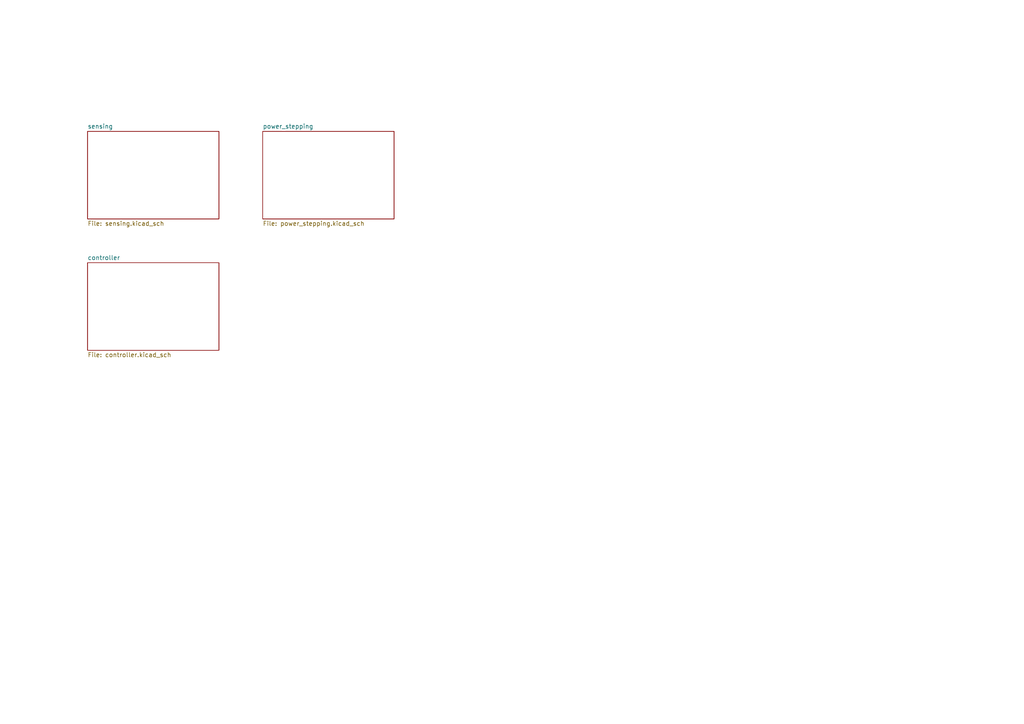
<source format=kicad_sch>
(kicad_sch
	(version 20231120)
	(generator "eeschema")
	(generator_version "8.0")
	(uuid "1fc8ae43-742a-46b6-a93b-79253d0d0202")
	(paper "A4")
	(lib_symbols)
	(sheet
		(at 25.4 38.1)
		(size 38.1 25.4)
		(fields_autoplaced yes)
		(stroke
			(width 0.1524)
			(type solid)
		)
		(fill
			(color 0 0 0 0.0000)
		)
		(uuid "23416f09-d335-4c4f-b453-076ae86ec0b4")
		(property "Sheetname" "sensing"
			(at 25.4 37.3884 0)
			(effects
				(font
					(size 1.27 1.27)
				)
				(justify left bottom)
			)
		)
		(property "Sheetfile" "sensing.kicad_sch"
			(at 25.4 64.0846 0)
			(effects
				(font
					(size 1.27 1.27)
				)
				(justify left top)
			)
		)
		(instances
			(project "blackbody_a"
				(path "/1fc8ae43-742a-46b6-a93b-79253d0d0202"
					(page "2")
				)
			)
		)
	)
	(sheet
		(at 76.2 38.1)
		(size 38.1 25.4)
		(fields_autoplaced yes)
		(stroke
			(width 0.1524)
			(type solid)
		)
		(fill
			(color 0 0 0 0.0000)
		)
		(uuid "e8013e1c-787d-463e-bc20-40bcc2f5c6f7")
		(property "Sheetname" "power_stepping"
			(at 76.2 37.3884 0)
			(effects
				(font
					(size 1.27 1.27)
				)
				(justify left bottom)
			)
		)
		(property "Sheetfile" "power_stepping.kicad_sch"
			(at 76.2 64.0846 0)
			(effects
				(font
					(size 1.27 1.27)
				)
				(justify left top)
			)
		)
		(instances
			(project "blackbody_a"
				(path "/1fc8ae43-742a-46b6-a93b-79253d0d0202"
					(page "4")
				)
			)
		)
	)
	(sheet
		(at 25.4 76.2)
		(size 38.1 25.4)
		(fields_autoplaced yes)
		(stroke
			(width 0.1524)
			(type solid)
		)
		(fill
			(color 0 0 0 0.0000)
		)
		(uuid "f9bf57dd-4a71-43f1-9ea2-c0c5623cdce8")
		(property "Sheetname" "controller"
			(at 25.4 75.4884 0)
			(effects
				(font
					(size 1.27 1.27)
				)
				(justify left bottom)
			)
		)
		(property "Sheetfile" "controller.kicad_sch"
			(at 25.4 102.1846 0)
			(effects
				(font
					(size 1.27 1.27)
				)
				(justify left top)
			)
		)
		(instances
			(project "blackbody_a"
				(path "/1fc8ae43-742a-46b6-a93b-79253d0d0202"
					(page "3")
				)
			)
		)
	)
	(sheet_instances
		(path "/"
			(page "1")
		)
	)
)

</source>
